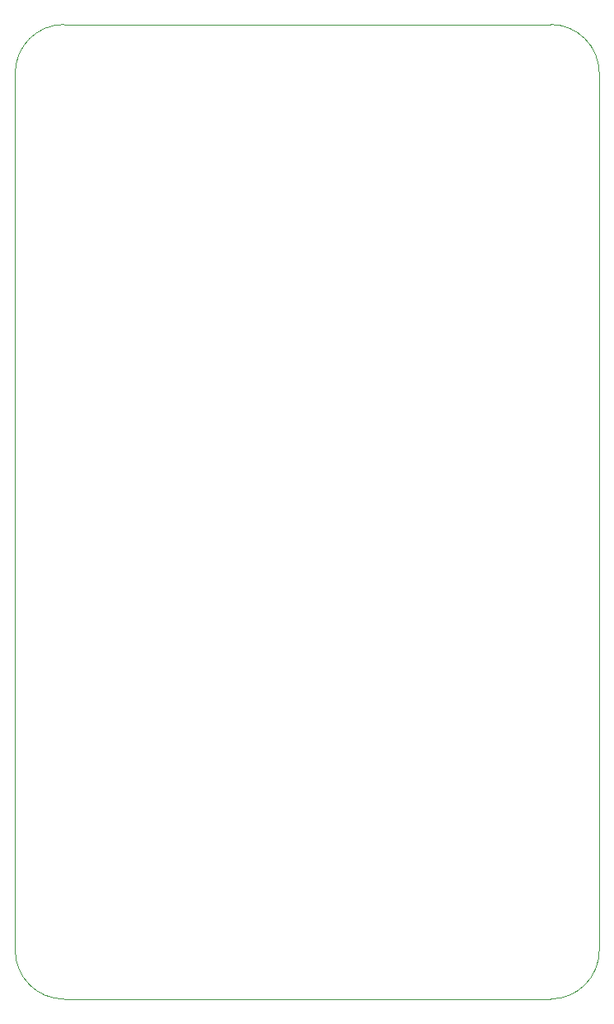
<source format=gbr>
G04 #@! TF.GenerationSoftware,KiCad,Pcbnew,(5.1.0-1152-gc9ccd8a64)*
G04 #@! TF.CreationDate,2019-07-22T10:44:07-04:00*
G04 #@! TF.ProjectId,LTC6811,4c544336-3831-4312-9e6b-696361645f70,rev?*
G04 #@! TF.SameCoordinates,Original*
G04 #@! TF.FileFunction,Profile,NP*
%FSLAX46Y46*%
G04 Gerber Fmt 4.6, Leading zero omitted, Abs format (unit mm)*
G04 Created by KiCad (PCBNEW (5.1.0-1152-gc9ccd8a64)) date 2019-07-22 10:44:07*
%MOMM*%
%LPD*%
G04 APERTURE LIST*
%ADD10C,0.120000*%
G04 APERTURE END LIST*
D10*
X5000000Y-100000000D02*
X55000000Y-100000000D01*
X60000000Y-95000000D02*
G75*
G02X55000000Y-100000000I-5000000J0D01*
G01*
X5000000Y-100000000D02*
G75*
G02X0Y-95000000I0J5000000D01*
G01*
X60000000Y-5000000D02*
X60000000Y-95000000D01*
X0Y-5000000D02*
X0Y-95000000D01*
X55000000Y0D02*
G75*
G02X60000000Y-5000000I0J-5000000D01*
G01*
X5000000Y0D02*
X55000000Y0D01*
X0Y-5000000D02*
G75*
G02X5000000Y0I5000000J0D01*
G01*
M02*

</source>
